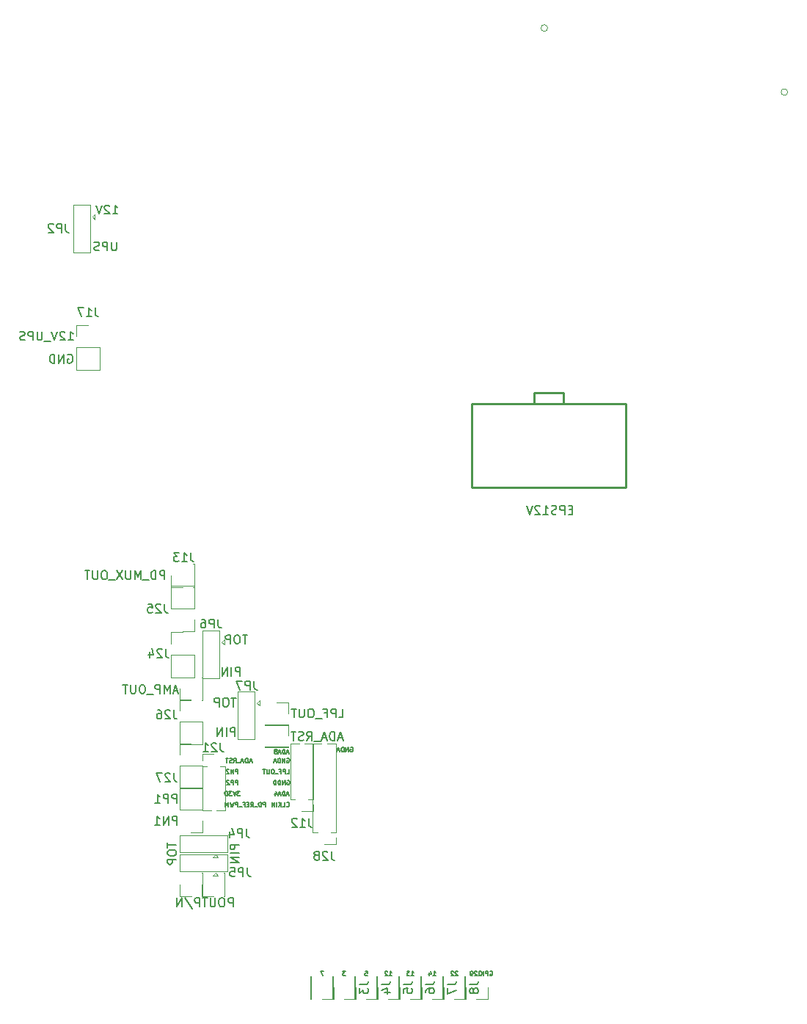
<source format=gbo>
G04 #@! TF.GenerationSoftware,KiCad,Pcbnew,(6.0.1-0)*
G04 #@! TF.CreationDate,2022-02-25T04:31:25+09:00*
G04 #@! TF.ProjectId,qPCR-main,71504352-2d6d-4616-996e-2e6b69636164,rev?*
G04 #@! TF.SameCoordinates,Original*
G04 #@! TF.FileFunction,Legend,Bot*
G04 #@! TF.FilePolarity,Positive*
%FSLAX46Y46*%
G04 Gerber Fmt 4.6, Leading zero omitted, Abs format (unit mm)*
G04 Created by KiCad (PCBNEW (6.0.1-0)) date 2022-02-25 04:31:25*
%MOMM*%
%LPD*%
G01*
G04 APERTURE LIST*
%ADD10C,0.127000*%
%ADD11C,0.150000*%
%ADD12C,0.120000*%
%ADD13C,0.254000*%
G04 APERTURE END LIST*
D10*
X123319333Y-146121809D02*
X123004857Y-146121809D01*
X123174190Y-146315333D01*
X123101619Y-146315333D01*
X123053238Y-146339523D01*
X123029047Y-146363714D01*
X123004857Y-146412095D01*
X123004857Y-146533047D01*
X123029047Y-146581428D01*
X123053238Y-146605619D01*
X123101619Y-146629809D01*
X123246761Y-146629809D01*
X123295142Y-146605619D01*
X123319333Y-146581428D01*
X125569047Y-146121809D02*
X125810952Y-146121809D01*
X125835142Y-146363714D01*
X125810952Y-146339523D01*
X125762571Y-146315333D01*
X125641619Y-146315333D01*
X125593238Y-146339523D01*
X125569047Y-146363714D01*
X125544857Y-146412095D01*
X125544857Y-146533047D01*
X125569047Y-146581428D01*
X125593238Y-146605619D01*
X125641619Y-146629809D01*
X125762571Y-146629809D01*
X125810952Y-146605619D01*
X125835142Y-146581428D01*
X128326761Y-146629809D02*
X128617047Y-146629809D01*
X128471904Y-146629809D02*
X128471904Y-146121809D01*
X128520285Y-146194380D01*
X128568666Y-146242761D01*
X128617047Y-146266952D01*
X128133238Y-146170190D02*
X128109047Y-146146000D01*
X128060666Y-146121809D01*
X127939714Y-146121809D01*
X127891333Y-146146000D01*
X127867142Y-146170190D01*
X127842952Y-146218571D01*
X127842952Y-146266952D01*
X127867142Y-146339523D01*
X128157428Y-146629809D01*
X127842952Y-146629809D01*
X130866761Y-146629809D02*
X131157047Y-146629809D01*
X131011904Y-146629809D02*
X131011904Y-146121809D01*
X131060285Y-146194380D01*
X131108666Y-146242761D01*
X131157047Y-146266952D01*
X130697428Y-146121809D02*
X130382952Y-146121809D01*
X130552285Y-146315333D01*
X130479714Y-146315333D01*
X130431333Y-146339523D01*
X130407142Y-146363714D01*
X130382952Y-146412095D01*
X130382952Y-146533047D01*
X130407142Y-146581428D01*
X130431333Y-146605619D01*
X130479714Y-146629809D01*
X130624857Y-146629809D01*
X130673238Y-146605619D01*
X130697428Y-146581428D01*
X133406761Y-146629809D02*
X133697047Y-146629809D01*
X133551904Y-146629809D02*
X133551904Y-146121809D01*
X133600285Y-146194380D01*
X133648666Y-146242761D01*
X133697047Y-146266952D01*
X132971333Y-146291142D02*
X132971333Y-146629809D01*
X133092285Y-146097619D02*
X133213238Y-146460476D01*
X132898761Y-146460476D01*
X139991809Y-146146000D02*
X140040190Y-146121809D01*
X140112761Y-146121809D01*
X140185333Y-146146000D01*
X140233714Y-146194380D01*
X140257904Y-146242761D01*
X140282095Y-146339523D01*
X140282095Y-146412095D01*
X140257904Y-146508857D01*
X140233714Y-146557238D01*
X140185333Y-146605619D01*
X140112761Y-146629809D01*
X140064380Y-146629809D01*
X139991809Y-146605619D01*
X139967619Y-146581428D01*
X139967619Y-146412095D01*
X140064380Y-146412095D01*
X139749904Y-146629809D02*
X139749904Y-146121809D01*
X139556380Y-146121809D01*
X139508000Y-146146000D01*
X139483809Y-146170190D01*
X139459619Y-146218571D01*
X139459619Y-146291142D01*
X139483809Y-146339523D01*
X139508000Y-146363714D01*
X139556380Y-146387904D01*
X139749904Y-146387904D01*
X139241904Y-146629809D02*
X139241904Y-146121809D01*
X138903238Y-146121809D02*
X138806476Y-146121809D01*
X138758095Y-146146000D01*
X138709714Y-146194380D01*
X138685523Y-146291142D01*
X138685523Y-146460476D01*
X138709714Y-146557238D01*
X138758095Y-146605619D01*
X138806476Y-146629809D01*
X138903238Y-146629809D01*
X138951619Y-146605619D01*
X139000000Y-146557238D01*
X139024190Y-146460476D01*
X139024190Y-146291142D01*
X139000000Y-146194380D01*
X138951619Y-146146000D01*
X138903238Y-146121809D01*
X138492000Y-146170190D02*
X138467809Y-146146000D01*
X138419428Y-146121809D01*
X138298476Y-146121809D01*
X138250095Y-146146000D01*
X138225904Y-146170190D01*
X138201714Y-146218571D01*
X138201714Y-146266952D01*
X138225904Y-146339523D01*
X138516190Y-146629809D01*
X138201714Y-146629809D01*
X137959809Y-146629809D02*
X137863047Y-146629809D01*
X137814666Y-146605619D01*
X137790476Y-146581428D01*
X137742095Y-146508857D01*
X137717904Y-146412095D01*
X137717904Y-146218571D01*
X137742095Y-146170190D01*
X137766285Y-146146000D01*
X137814666Y-146121809D01*
X137911428Y-146121809D01*
X137959809Y-146146000D01*
X137984000Y-146170190D01*
X138008190Y-146218571D01*
X138008190Y-146339523D01*
X137984000Y-146387904D01*
X137959809Y-146412095D01*
X137911428Y-146436285D01*
X137814666Y-146436285D01*
X137766285Y-146412095D01*
X137742095Y-146387904D01*
X137717904Y-146339523D01*
X136237047Y-146170190D02*
X136212857Y-146146000D01*
X136164476Y-146121809D01*
X136043523Y-146121809D01*
X135995142Y-146146000D01*
X135970952Y-146170190D01*
X135946761Y-146218571D01*
X135946761Y-146266952D01*
X135970952Y-146339523D01*
X136261238Y-146629809D01*
X135946761Y-146629809D01*
X135753238Y-146170190D02*
X135729047Y-146146000D01*
X135680666Y-146121809D01*
X135559714Y-146121809D01*
X135511333Y-146146000D01*
X135487142Y-146170190D01*
X135462952Y-146218571D01*
X135462952Y-146266952D01*
X135487142Y-146339523D01*
X135777428Y-146629809D01*
X135462952Y-146629809D01*
D11*
X110318094Y-138672373D02*
X110318094Y-137672373D01*
X109937141Y-137672373D01*
X109841903Y-137719993D01*
X109794284Y-137767612D01*
X109746665Y-137862850D01*
X109746665Y-138005707D01*
X109794284Y-138100945D01*
X109841903Y-138148564D01*
X109937141Y-138196183D01*
X110318094Y-138196183D01*
X109127618Y-137672373D02*
X108937141Y-137672373D01*
X108841903Y-137719993D01*
X108746665Y-137815231D01*
X108699046Y-138005707D01*
X108699046Y-138339040D01*
X108746665Y-138529516D01*
X108841903Y-138624754D01*
X108937141Y-138672373D01*
X109127618Y-138672373D01*
X109222856Y-138624754D01*
X109318094Y-138529516D01*
X109365713Y-138339040D01*
X109365713Y-138005707D01*
X109318094Y-137815231D01*
X109222856Y-137719993D01*
X109127618Y-137672373D01*
X108270475Y-137672373D02*
X108270475Y-138481897D01*
X108222856Y-138577135D01*
X108175237Y-138624754D01*
X108079999Y-138672373D01*
X107889522Y-138672373D01*
X107794284Y-138624754D01*
X107746665Y-138577135D01*
X107699046Y-138481897D01*
X107699046Y-137672373D01*
X107365713Y-137672373D02*
X106794284Y-137672373D01*
X107079999Y-138672373D02*
X107079999Y-137672373D01*
X106460951Y-138672373D02*
X106460951Y-137672373D01*
X106079999Y-137672373D01*
X105984760Y-137719993D01*
X105937141Y-137767612D01*
X105889522Y-137862850D01*
X105889522Y-138005707D01*
X105937141Y-138100945D01*
X105984760Y-138148564D01*
X106079999Y-138196183D01*
X106460951Y-138196183D01*
X104746665Y-137624754D02*
X105603808Y-138910469D01*
X104413332Y-138672373D02*
X104413332Y-137672373D01*
X103841903Y-138672373D01*
X103841903Y-137672373D01*
D10*
X123874771Y-120294400D02*
X123923152Y-120270209D01*
X123995724Y-120270209D01*
X124068295Y-120294400D01*
X124116676Y-120342780D01*
X124140867Y-120391161D01*
X124165057Y-120487923D01*
X124165057Y-120560495D01*
X124140867Y-120657257D01*
X124116676Y-120705638D01*
X124068295Y-120754019D01*
X123995724Y-120778209D01*
X123947343Y-120778209D01*
X123874771Y-120754019D01*
X123850581Y-120729828D01*
X123850581Y-120560495D01*
X123947343Y-120560495D01*
X123632867Y-120778209D02*
X123632867Y-120270209D01*
X123342581Y-120778209D01*
X123342581Y-120270209D01*
X123100676Y-120778209D02*
X123100676Y-120270209D01*
X122979724Y-120270209D01*
X122907152Y-120294400D01*
X122858771Y-120342780D01*
X122834581Y-120391161D01*
X122810390Y-120487923D01*
X122810390Y-120560495D01*
X122834581Y-120657257D01*
X122858771Y-120705638D01*
X122907152Y-120754019D01*
X122979724Y-120778209D01*
X123100676Y-120778209D01*
X122616867Y-120633066D02*
X122374962Y-120633066D01*
X122665248Y-120778209D02*
X122495914Y-120270209D01*
X122326581Y-120778209D01*
X110864952Y-124588209D02*
X110864952Y-124080209D01*
X110671428Y-124080209D01*
X110623047Y-124104400D01*
X110598857Y-124128590D01*
X110574666Y-124176971D01*
X110574666Y-124249542D01*
X110598857Y-124297923D01*
X110623047Y-124322114D01*
X110671428Y-124346304D01*
X110864952Y-124346304D01*
X110356952Y-124588209D02*
X110356952Y-124080209D01*
X110163428Y-124080209D01*
X110115047Y-124104400D01*
X110090857Y-124128590D01*
X110066666Y-124176971D01*
X110066666Y-124249542D01*
X110090857Y-124297923D01*
X110115047Y-124322114D01*
X110163428Y-124346304D01*
X110356952Y-124346304D01*
X109873142Y-124128590D02*
X109848952Y-124104400D01*
X109800571Y-124080209D01*
X109679619Y-124080209D01*
X109631238Y-124104400D01*
X109607047Y-124128590D01*
X109582857Y-124176971D01*
X109582857Y-124225352D01*
X109607047Y-124297923D01*
X109897333Y-124588209D01*
X109582857Y-124588209D01*
X111118952Y-125350209D02*
X110804476Y-125350209D01*
X110973809Y-125543733D01*
X110901238Y-125543733D01*
X110852857Y-125567923D01*
X110828666Y-125592114D01*
X110804476Y-125640495D01*
X110804476Y-125761447D01*
X110828666Y-125809828D01*
X110852857Y-125834019D01*
X110901238Y-125858209D01*
X111046380Y-125858209D01*
X111094761Y-125834019D01*
X111118952Y-125809828D01*
X110659333Y-125350209D02*
X110490000Y-125858209D01*
X110320666Y-125350209D01*
X110199714Y-125350209D02*
X109885238Y-125350209D01*
X110054571Y-125543733D01*
X109982000Y-125543733D01*
X109933619Y-125567923D01*
X109909428Y-125592114D01*
X109885238Y-125640495D01*
X109885238Y-125761447D01*
X109909428Y-125809828D01*
X109933619Y-125834019D01*
X109982000Y-125858209D01*
X110127142Y-125858209D01*
X110175523Y-125834019D01*
X110199714Y-125809828D01*
X109667523Y-125858209D02*
X109667523Y-125350209D01*
X109546571Y-125350209D01*
X109474000Y-125374400D01*
X109425619Y-125422780D01*
X109401428Y-125471161D01*
X109377238Y-125567923D01*
X109377238Y-125640495D01*
X109401428Y-125737257D01*
X109425619Y-125785638D01*
X109474000Y-125834019D01*
X109546571Y-125858209D01*
X109667523Y-125858209D01*
X112473619Y-121903066D02*
X112231714Y-121903066D01*
X112522000Y-122048209D02*
X112352666Y-121540209D01*
X112183333Y-122048209D01*
X112014000Y-122048209D02*
X112014000Y-121540209D01*
X111893047Y-121540209D01*
X111820476Y-121564400D01*
X111772095Y-121612780D01*
X111747904Y-121661161D01*
X111723714Y-121757923D01*
X111723714Y-121830495D01*
X111747904Y-121927257D01*
X111772095Y-121975638D01*
X111820476Y-122024019D01*
X111893047Y-122048209D01*
X112014000Y-122048209D01*
X111530190Y-121903066D02*
X111288285Y-121903066D01*
X111578571Y-122048209D02*
X111409238Y-121540209D01*
X111239904Y-122048209D01*
X111191523Y-122096590D02*
X110804476Y-122096590D01*
X110393238Y-122048209D02*
X110562571Y-121806304D01*
X110683523Y-122048209D02*
X110683523Y-121540209D01*
X110490000Y-121540209D01*
X110441619Y-121564400D01*
X110417428Y-121588590D01*
X110393238Y-121636971D01*
X110393238Y-121709542D01*
X110417428Y-121757923D01*
X110441619Y-121782114D01*
X110490000Y-121806304D01*
X110683523Y-121806304D01*
X110199714Y-122024019D02*
X110127142Y-122048209D01*
X110006190Y-122048209D01*
X109957809Y-122024019D01*
X109933619Y-121999828D01*
X109909428Y-121951447D01*
X109909428Y-121903066D01*
X109933619Y-121854685D01*
X109957809Y-121830495D01*
X110006190Y-121806304D01*
X110102952Y-121782114D01*
X110151333Y-121757923D01*
X110175523Y-121733733D01*
X110199714Y-121685352D01*
X110199714Y-121636971D01*
X110175523Y-121588590D01*
X110151333Y-121564400D01*
X110102952Y-121540209D01*
X109982000Y-121540209D01*
X109909428Y-121564400D01*
X109764285Y-121540209D02*
X109474000Y-121540209D01*
X109619142Y-122048209D02*
X109619142Y-121540209D01*
D11*
X103854095Y-126690380D02*
X103854095Y-125690380D01*
X103473142Y-125690380D01*
X103377904Y-125738000D01*
X103330285Y-125785619D01*
X103282666Y-125880857D01*
X103282666Y-126023714D01*
X103330285Y-126118952D01*
X103377904Y-126166571D01*
X103473142Y-126214190D01*
X103854095Y-126214190D01*
X102854095Y-126690380D02*
X102854095Y-125690380D01*
X102473142Y-125690380D01*
X102377904Y-125738000D01*
X102330285Y-125785619D01*
X102282666Y-125880857D01*
X102282666Y-126023714D01*
X102330285Y-126118952D01*
X102377904Y-126166571D01*
X102473142Y-126214190D01*
X102854095Y-126214190D01*
X101330285Y-126690380D02*
X101901714Y-126690380D01*
X101616000Y-126690380D02*
X101616000Y-125690380D01*
X101711238Y-125833238D01*
X101806476Y-125928476D01*
X101901714Y-125976095D01*
X91261904Y-75010009D02*
X91357142Y-74962389D01*
X91500000Y-74962389D01*
X91642857Y-75010009D01*
X91738095Y-75105247D01*
X91785714Y-75200485D01*
X91833333Y-75390961D01*
X91833333Y-75533818D01*
X91785714Y-75724294D01*
X91738095Y-75819532D01*
X91642857Y-75914770D01*
X91500000Y-75962389D01*
X91404761Y-75962389D01*
X91261904Y-75914770D01*
X91214285Y-75867151D01*
X91214285Y-75533818D01*
X91404761Y-75533818D01*
X90785714Y-75962389D02*
X90785714Y-74962389D01*
X90214285Y-75962389D01*
X90214285Y-74962389D01*
X89738095Y-75962389D02*
X89738095Y-74962389D01*
X89500000Y-74962389D01*
X89357142Y-75010009D01*
X89261904Y-75105247D01*
X89214285Y-75200485D01*
X89166666Y-75390961D01*
X89166666Y-75533818D01*
X89214285Y-75724294D01*
X89261904Y-75819532D01*
X89357142Y-75914770D01*
X89500000Y-75962389D01*
X89738095Y-75962389D01*
X96881904Y-62002380D02*
X96881904Y-62811904D01*
X96834285Y-62907142D01*
X96786666Y-62954761D01*
X96691428Y-63002380D01*
X96500952Y-63002380D01*
X96405714Y-62954761D01*
X96358095Y-62907142D01*
X96310476Y-62811904D01*
X96310476Y-62002380D01*
X95834285Y-63002380D02*
X95834285Y-62002380D01*
X95453333Y-62002380D01*
X95358095Y-62050000D01*
X95310476Y-62097619D01*
X95262857Y-62192857D01*
X95262857Y-62335714D01*
X95310476Y-62430952D01*
X95358095Y-62478571D01*
X95453333Y-62526190D01*
X95834285Y-62526190D01*
X94881904Y-62954761D02*
X94739047Y-63002380D01*
X94500952Y-63002380D01*
X94405714Y-62954761D01*
X94358095Y-62907142D01*
X94310476Y-62811904D01*
X94310476Y-62716666D01*
X94358095Y-62621428D01*
X94405714Y-62573809D01*
X94500952Y-62526190D01*
X94691428Y-62478571D01*
X94786666Y-62430952D01*
X94834285Y-62383333D01*
X94881904Y-62288095D01*
X94881904Y-62192857D01*
X94834285Y-62097619D01*
X94786666Y-62050000D01*
X94691428Y-62002380D01*
X94453333Y-62002380D01*
X94310476Y-62050000D01*
X122924761Y-119206666D02*
X122448571Y-119206666D01*
X123020000Y-119492380D02*
X122686666Y-118492380D01*
X122353333Y-119492380D01*
X122020000Y-119492380D02*
X122020000Y-118492380D01*
X121781904Y-118492380D01*
X121639047Y-118540000D01*
X121543809Y-118635238D01*
X121496190Y-118730476D01*
X121448571Y-118920952D01*
X121448571Y-119063809D01*
X121496190Y-119254285D01*
X121543809Y-119349523D01*
X121639047Y-119444761D01*
X121781904Y-119492380D01*
X122020000Y-119492380D01*
X121067619Y-119206666D02*
X120591428Y-119206666D01*
X121162857Y-119492380D02*
X120829523Y-118492380D01*
X120496190Y-119492380D01*
X120400952Y-119587619D02*
X119639047Y-119587619D01*
X118829523Y-119492380D02*
X119162857Y-119016190D01*
X119400952Y-119492380D02*
X119400952Y-118492380D01*
X119020000Y-118492380D01*
X118924761Y-118540000D01*
X118877142Y-118587619D01*
X118829523Y-118682857D01*
X118829523Y-118825714D01*
X118877142Y-118920952D01*
X118924761Y-118968571D01*
X119020000Y-119016190D01*
X119400952Y-119016190D01*
X118448571Y-119444761D02*
X118305714Y-119492380D01*
X118067619Y-119492380D01*
X117972380Y-119444761D01*
X117924761Y-119397142D01*
X117877142Y-119301904D01*
X117877142Y-119206666D01*
X117924761Y-119111428D01*
X117972380Y-119063809D01*
X118067619Y-119016190D01*
X118258095Y-118968571D01*
X118353333Y-118920952D01*
X118400952Y-118873333D01*
X118448571Y-118778095D01*
X118448571Y-118682857D01*
X118400952Y-118587619D01*
X118353333Y-118540000D01*
X118258095Y-118492380D01*
X118020000Y-118492380D01*
X117877142Y-118540000D01*
X117591428Y-118492380D02*
X117020000Y-118492380D01*
X117305714Y-119492380D02*
X117305714Y-118492380D01*
D10*
X120779333Y-146121809D02*
X120440666Y-146121809D01*
X120658380Y-146629809D01*
D11*
X91300000Y-73332380D02*
X91871428Y-73332380D01*
X91585714Y-73332380D02*
X91585714Y-72332380D01*
X91680952Y-72475238D01*
X91776190Y-72570476D01*
X91871428Y-72618095D01*
X90919047Y-72427619D02*
X90871428Y-72380000D01*
X90776190Y-72332380D01*
X90538095Y-72332380D01*
X90442857Y-72380000D01*
X90395238Y-72427619D01*
X90347619Y-72522857D01*
X90347619Y-72618095D01*
X90395238Y-72760952D01*
X90966666Y-73332380D01*
X90347619Y-73332380D01*
X90061904Y-72332380D02*
X89728571Y-73332380D01*
X89395238Y-72332380D01*
X89300000Y-73427619D02*
X88538095Y-73427619D01*
X88300000Y-72332380D02*
X88300000Y-73141904D01*
X88252380Y-73237142D01*
X88204761Y-73284761D01*
X88109523Y-73332380D01*
X87919047Y-73332380D01*
X87823809Y-73284761D01*
X87776190Y-73237142D01*
X87728571Y-73141904D01*
X87728571Y-72332380D01*
X87252380Y-73332380D02*
X87252380Y-72332380D01*
X86871428Y-72332380D01*
X86776190Y-72380000D01*
X86728571Y-72427619D01*
X86680952Y-72522857D01*
X86680952Y-72665714D01*
X86728571Y-72760952D01*
X86776190Y-72808571D01*
X86871428Y-72856190D01*
X87252380Y-72856190D01*
X86300000Y-73284761D02*
X86157142Y-73332380D01*
X85919047Y-73332380D01*
X85823809Y-73284761D01*
X85776190Y-73237142D01*
X85728571Y-73141904D01*
X85728571Y-73046666D01*
X85776190Y-72951428D01*
X85823809Y-72903809D01*
X85919047Y-72856190D01*
X86109523Y-72808571D01*
X86204761Y-72760952D01*
X86252380Y-72713333D01*
X86300000Y-72618095D01*
X86300000Y-72522857D01*
X86252380Y-72427619D01*
X86204761Y-72380000D01*
X86109523Y-72332380D01*
X85871428Y-72332380D01*
X85728571Y-72380000D01*
X103949047Y-113786666D02*
X103472857Y-113786666D01*
X104044285Y-114072380D02*
X103710952Y-113072380D01*
X103377619Y-114072380D01*
X103044285Y-114072380D02*
X103044285Y-113072380D01*
X102710952Y-113786666D01*
X102377619Y-113072380D01*
X102377619Y-114072380D01*
X101901428Y-114072380D02*
X101901428Y-113072380D01*
X101520476Y-113072380D01*
X101425238Y-113120000D01*
X101377619Y-113167619D01*
X101330000Y-113262857D01*
X101330000Y-113405714D01*
X101377619Y-113500952D01*
X101425238Y-113548571D01*
X101520476Y-113596190D01*
X101901428Y-113596190D01*
X101139523Y-114167619D02*
X100377619Y-114167619D01*
X99949047Y-113072380D02*
X99758571Y-113072380D01*
X99663333Y-113120000D01*
X99568095Y-113215238D01*
X99520476Y-113405714D01*
X99520476Y-113739047D01*
X99568095Y-113929523D01*
X99663333Y-114024761D01*
X99758571Y-114072380D01*
X99949047Y-114072380D01*
X100044285Y-114024761D01*
X100139523Y-113929523D01*
X100187142Y-113739047D01*
X100187142Y-113405714D01*
X100139523Y-113215238D01*
X100044285Y-113120000D01*
X99949047Y-113072380D01*
X99091904Y-113072380D02*
X99091904Y-113881904D01*
X99044285Y-113977142D01*
X98996666Y-114024761D01*
X98901428Y-114072380D01*
X98710952Y-114072380D01*
X98615714Y-114024761D01*
X98568095Y-113977142D01*
X98520476Y-113881904D01*
X98520476Y-113072380D01*
X98187142Y-113072380D02*
X97615714Y-113072380D01*
X97901428Y-114072380D02*
X97901428Y-113072380D01*
D10*
X116513428Y-127079828D02*
X116537619Y-127104019D01*
X116610190Y-127128209D01*
X116658571Y-127128209D01*
X116731142Y-127104019D01*
X116779523Y-127055638D01*
X116803714Y-127007257D01*
X116827904Y-126910495D01*
X116827904Y-126837923D01*
X116803714Y-126741161D01*
X116779523Y-126692780D01*
X116731142Y-126644400D01*
X116658571Y-126620209D01*
X116610190Y-126620209D01*
X116537619Y-126644400D01*
X116513428Y-126668590D01*
X116053809Y-127128209D02*
X116295714Y-127128209D01*
X116295714Y-126620209D01*
X115884476Y-127128209D02*
X115884476Y-126620209D01*
X115594190Y-127128209D02*
X115811904Y-126837923D01*
X115594190Y-126620209D02*
X115884476Y-126910495D01*
X115376476Y-127128209D02*
X115376476Y-126620209D01*
X115134571Y-127128209D02*
X115134571Y-126620209D01*
X114844285Y-127128209D01*
X114844285Y-126620209D01*
X114070190Y-127128209D02*
X114070190Y-126620209D01*
X113876666Y-126620209D01*
X113828285Y-126644400D01*
X113804095Y-126668590D01*
X113779904Y-126716971D01*
X113779904Y-126789542D01*
X113804095Y-126837923D01*
X113828285Y-126862114D01*
X113876666Y-126886304D01*
X114070190Y-126886304D01*
X113562190Y-127128209D02*
X113562190Y-126620209D01*
X113441238Y-126620209D01*
X113368666Y-126644400D01*
X113320285Y-126692780D01*
X113296095Y-126741161D01*
X113271904Y-126837923D01*
X113271904Y-126910495D01*
X113296095Y-127007257D01*
X113320285Y-127055638D01*
X113368666Y-127104019D01*
X113441238Y-127128209D01*
X113562190Y-127128209D01*
X113175142Y-127176590D02*
X112788095Y-127176590D01*
X112376857Y-127128209D02*
X112546190Y-126886304D01*
X112667142Y-127128209D02*
X112667142Y-126620209D01*
X112473619Y-126620209D01*
X112425238Y-126644400D01*
X112401047Y-126668590D01*
X112376857Y-126716971D01*
X112376857Y-126789542D01*
X112401047Y-126837923D01*
X112425238Y-126862114D01*
X112473619Y-126886304D01*
X112667142Y-126886304D01*
X112159142Y-126862114D02*
X111989809Y-126862114D01*
X111917238Y-127128209D02*
X112159142Y-127128209D01*
X112159142Y-126620209D01*
X111917238Y-126620209D01*
X111530190Y-126862114D02*
X111699523Y-126862114D01*
X111699523Y-127128209D02*
X111699523Y-126620209D01*
X111457619Y-126620209D01*
X111385047Y-127176590D02*
X110998000Y-127176590D01*
X110877047Y-127128209D02*
X110877047Y-126620209D01*
X110683523Y-126620209D01*
X110635142Y-126644400D01*
X110610952Y-126668590D01*
X110586761Y-126716971D01*
X110586761Y-126789542D01*
X110610952Y-126837923D01*
X110635142Y-126862114D01*
X110683523Y-126886304D01*
X110877047Y-126886304D01*
X110417428Y-126620209D02*
X110296476Y-127128209D01*
X110199714Y-126765352D01*
X110102952Y-127128209D01*
X109982000Y-126620209D01*
X109788476Y-127128209D02*
X109788476Y-126620209D01*
X109619142Y-126983066D01*
X109449809Y-126620209D01*
X109449809Y-127128209D01*
D11*
X149501436Y-92888583D02*
X149168103Y-92888583D01*
X149025246Y-93412392D02*
X149501436Y-93412392D01*
X149501436Y-92412392D01*
X149025246Y-92412392D01*
X148596674Y-93412392D02*
X148596674Y-92412392D01*
X148215722Y-92412392D01*
X148120484Y-92460012D01*
X148072865Y-92507631D01*
X148025246Y-92602869D01*
X148025246Y-92745726D01*
X148072865Y-92840964D01*
X148120484Y-92888583D01*
X148215722Y-92936202D01*
X148596674Y-92936202D01*
X147644293Y-93364773D02*
X147501436Y-93412392D01*
X147263341Y-93412392D01*
X147168103Y-93364773D01*
X147120484Y-93317154D01*
X147072865Y-93221916D01*
X147072865Y-93126678D01*
X147120484Y-93031440D01*
X147168103Y-92983821D01*
X147263341Y-92936202D01*
X147453817Y-92888583D01*
X147549055Y-92840964D01*
X147596674Y-92793345D01*
X147644293Y-92698107D01*
X147644293Y-92602869D01*
X147596674Y-92507631D01*
X147549055Y-92460012D01*
X147453817Y-92412392D01*
X147215722Y-92412392D01*
X147072865Y-92460012D01*
X146120484Y-93412392D02*
X146691912Y-93412392D01*
X146406198Y-93412392D02*
X146406198Y-92412392D01*
X146501436Y-92555250D01*
X146596674Y-92650488D01*
X146691912Y-92698107D01*
X145739531Y-92507631D02*
X145691912Y-92460012D01*
X145596674Y-92412392D01*
X145358579Y-92412392D01*
X145263341Y-92460012D01*
X145215722Y-92507631D01*
X145168103Y-92602869D01*
X145168103Y-92698107D01*
X145215722Y-92840964D01*
X145787150Y-93412392D01*
X145168103Y-93412392D01*
X144882388Y-92412392D02*
X144549055Y-93412392D01*
X144215722Y-92412392D01*
X102772380Y-131270476D02*
X102772380Y-131841904D01*
X103772380Y-131556190D02*
X102772380Y-131556190D01*
X102772380Y-132365714D02*
X102772380Y-132556190D01*
X102820000Y-132651428D01*
X102915238Y-132746666D01*
X103105714Y-132794285D01*
X103439047Y-132794285D01*
X103629523Y-132746666D01*
X103724761Y-132651428D01*
X103772380Y-132556190D01*
X103772380Y-132365714D01*
X103724761Y-132270476D01*
X103629523Y-132175238D01*
X103439047Y-132127619D01*
X103105714Y-132127619D01*
X102915238Y-132175238D01*
X102820000Y-132270476D01*
X102772380Y-132365714D01*
X103772380Y-133222857D02*
X102772380Y-133222857D01*
X102772380Y-133603809D01*
X102820000Y-133699047D01*
X102867619Y-133746666D01*
X102962857Y-133794285D01*
X103105714Y-133794285D01*
X103200952Y-133746666D01*
X103248571Y-133699047D01*
X103296190Y-133603809D01*
X103296190Y-133222857D01*
X103877904Y-129230380D02*
X103877904Y-128230380D01*
X103496952Y-128230380D01*
X103401714Y-128278000D01*
X103354095Y-128325619D01*
X103306476Y-128420857D01*
X103306476Y-128563714D01*
X103354095Y-128658952D01*
X103401714Y-128706571D01*
X103496952Y-128754190D01*
X103877904Y-128754190D01*
X102877904Y-129230380D02*
X102877904Y-128230380D01*
X102306476Y-129230380D01*
X102306476Y-128230380D01*
X101306476Y-129230380D02*
X101877904Y-129230380D01*
X101592190Y-129230380D02*
X101592190Y-128230380D01*
X101687428Y-128373238D01*
X101782666Y-128468476D01*
X101877904Y-128516095D01*
X111002380Y-131506190D02*
X110002380Y-131506190D01*
X110002380Y-131887142D01*
X110050000Y-131982380D01*
X110097619Y-132030000D01*
X110192857Y-132077619D01*
X110335714Y-132077619D01*
X110430952Y-132030000D01*
X110478571Y-131982380D01*
X110526190Y-131887142D01*
X110526190Y-131506190D01*
X111002380Y-132506190D02*
X110002380Y-132506190D01*
X111002380Y-132982380D02*
X110002380Y-132982380D01*
X111002380Y-133553809D01*
X110002380Y-133553809D01*
X111143809Y-112042380D02*
X111143809Y-111042380D01*
X110762857Y-111042380D01*
X110667619Y-111090000D01*
X110620000Y-111137619D01*
X110572380Y-111232857D01*
X110572380Y-111375714D01*
X110620000Y-111470952D01*
X110667619Y-111518571D01*
X110762857Y-111566190D01*
X111143809Y-111566190D01*
X110143809Y-112042380D02*
X110143809Y-111042380D01*
X109667619Y-112042380D02*
X109667619Y-111042380D01*
X109096190Y-112042380D01*
X109096190Y-111042380D01*
D10*
X110877047Y-123318209D02*
X110877047Y-122810209D01*
X110683523Y-122810209D01*
X110635142Y-122834400D01*
X110610952Y-122858590D01*
X110586761Y-122906971D01*
X110586761Y-122979542D01*
X110610952Y-123027923D01*
X110635142Y-123052114D01*
X110683523Y-123076304D01*
X110877047Y-123076304D01*
X110369047Y-123318209D02*
X110369047Y-122810209D01*
X110078761Y-123318209D01*
X110078761Y-122810209D01*
X109861047Y-122858590D02*
X109836857Y-122834400D01*
X109788476Y-122810209D01*
X109667523Y-122810209D01*
X109619142Y-122834400D01*
X109594952Y-122858590D01*
X109570761Y-122906971D01*
X109570761Y-122955352D01*
X109594952Y-123027923D01*
X109885238Y-123318209D01*
X109570761Y-123318209D01*
X116785571Y-120887066D02*
X116543666Y-120887066D01*
X116833952Y-121032209D02*
X116664619Y-120524209D01*
X116495285Y-121032209D01*
X116325952Y-121032209D02*
X116325952Y-120524209D01*
X116205000Y-120524209D01*
X116132428Y-120548400D01*
X116084047Y-120596780D01*
X116059857Y-120645161D01*
X116035666Y-120741923D01*
X116035666Y-120814495D01*
X116059857Y-120911257D01*
X116084047Y-120959638D01*
X116132428Y-121008019D01*
X116205000Y-121032209D01*
X116325952Y-121032209D01*
X115842142Y-120887066D02*
X115600238Y-120887066D01*
X115890523Y-121032209D02*
X115721190Y-120524209D01*
X115551857Y-121032209D01*
X115309952Y-120741923D02*
X115358333Y-120717733D01*
X115382523Y-120693542D01*
X115406714Y-120645161D01*
X115406714Y-120620971D01*
X115382523Y-120572590D01*
X115358333Y-120548400D01*
X115309952Y-120524209D01*
X115213190Y-120524209D01*
X115164809Y-120548400D01*
X115140619Y-120572590D01*
X115116428Y-120620971D01*
X115116428Y-120645161D01*
X115140619Y-120693542D01*
X115164809Y-120717733D01*
X115213190Y-120741923D01*
X115309952Y-120741923D01*
X115358333Y-120766114D01*
X115382523Y-120790304D01*
X115406714Y-120838685D01*
X115406714Y-120935447D01*
X115382523Y-120983828D01*
X115358333Y-121008019D01*
X115309952Y-121032209D01*
X115213190Y-121032209D01*
X115164809Y-121008019D01*
X115140619Y-120983828D01*
X115116428Y-120935447D01*
X115116428Y-120838685D01*
X115140619Y-120790304D01*
X115164809Y-120766114D01*
X115213190Y-120741923D01*
D11*
X102423800Y-100912380D02*
X102423800Y-99912380D01*
X102042848Y-99912380D01*
X101947610Y-99960000D01*
X101899991Y-100007619D01*
X101852371Y-100102857D01*
X101852371Y-100245714D01*
X101899991Y-100340952D01*
X101947610Y-100388571D01*
X102042848Y-100436190D01*
X102423800Y-100436190D01*
X101423800Y-100912380D02*
X101423800Y-99912380D01*
X101185705Y-99912380D01*
X101042848Y-99960000D01*
X100947610Y-100055238D01*
X100899991Y-100150476D01*
X100852371Y-100340952D01*
X100852371Y-100483809D01*
X100899991Y-100674285D01*
X100947610Y-100769523D01*
X101042848Y-100864761D01*
X101185705Y-100912380D01*
X101423800Y-100912380D01*
X100661895Y-101007619D02*
X99899991Y-101007619D01*
X99661895Y-100912380D02*
X99661895Y-99912380D01*
X99328562Y-100626666D01*
X98995229Y-99912380D01*
X98995229Y-100912380D01*
X98519038Y-99912380D02*
X98519038Y-100721904D01*
X98471419Y-100817142D01*
X98423800Y-100864761D01*
X98328562Y-100912380D01*
X98138086Y-100912380D01*
X98042848Y-100864761D01*
X97995229Y-100817142D01*
X97947610Y-100721904D01*
X97947610Y-99912380D01*
X97566657Y-99912380D02*
X96899991Y-100912380D01*
X96899991Y-99912380D02*
X97566657Y-100912380D01*
X96757133Y-101007619D02*
X95995229Y-101007619D01*
X95566657Y-99912380D02*
X95376181Y-99912380D01*
X95280943Y-99960000D01*
X95185705Y-100055238D01*
X95138086Y-100245714D01*
X95138086Y-100579047D01*
X95185705Y-100769523D01*
X95280943Y-100864761D01*
X95376181Y-100912380D01*
X95566657Y-100912380D01*
X95661895Y-100864761D01*
X95757133Y-100769523D01*
X95804752Y-100579047D01*
X95804752Y-100245714D01*
X95757133Y-100055238D01*
X95661895Y-99960000D01*
X95566657Y-99912380D01*
X94709514Y-99912380D02*
X94709514Y-100721904D01*
X94661895Y-100817142D01*
X94614276Y-100864761D01*
X94519038Y-100912380D01*
X94328562Y-100912380D01*
X94233324Y-100864761D01*
X94185705Y-100817142D01*
X94138086Y-100721904D01*
X94138086Y-99912380D01*
X93804752Y-99912380D02*
X93233324Y-99912380D01*
X93519038Y-100912380D02*
X93519038Y-99912380D01*
X110669523Y-114592380D02*
X110098095Y-114592380D01*
X110383809Y-115592380D02*
X110383809Y-114592380D01*
X109574285Y-114592380D02*
X109383809Y-114592380D01*
X109288571Y-114640000D01*
X109193333Y-114735238D01*
X109145714Y-114925714D01*
X109145714Y-115259047D01*
X109193333Y-115449523D01*
X109288571Y-115544761D01*
X109383809Y-115592380D01*
X109574285Y-115592380D01*
X109669523Y-115544761D01*
X109764761Y-115449523D01*
X109812380Y-115259047D01*
X109812380Y-114925714D01*
X109764761Y-114735238D01*
X109669523Y-114640000D01*
X109574285Y-114592380D01*
X108717142Y-115592380D02*
X108717142Y-114592380D01*
X108336190Y-114592380D01*
X108240952Y-114640000D01*
X108193333Y-114687619D01*
X108145714Y-114782857D01*
X108145714Y-114925714D01*
X108193333Y-115020952D01*
X108240952Y-115068571D01*
X108336190Y-115116190D01*
X108717142Y-115116190D01*
X111989523Y-107332380D02*
X111418095Y-107332380D01*
X111703809Y-108332380D02*
X111703809Y-107332380D01*
X110894285Y-107332380D02*
X110703809Y-107332380D01*
X110608571Y-107380000D01*
X110513333Y-107475238D01*
X110465714Y-107665714D01*
X110465714Y-107999047D01*
X110513333Y-108189523D01*
X110608571Y-108284761D01*
X110703809Y-108332380D01*
X110894285Y-108332380D01*
X110989523Y-108284761D01*
X111084761Y-108189523D01*
X111132380Y-107999047D01*
X111132380Y-107665714D01*
X111084761Y-107475238D01*
X110989523Y-107380000D01*
X110894285Y-107332380D01*
X110037142Y-108332380D02*
X110037142Y-107332380D01*
X109656190Y-107332380D01*
X109560952Y-107380000D01*
X109513333Y-107427619D01*
X109465714Y-107522857D01*
X109465714Y-107665714D01*
X109513333Y-107760952D01*
X109560952Y-107808571D01*
X109656190Y-107856190D01*
X110037142Y-107856190D01*
D10*
X116785571Y-125713066D02*
X116543666Y-125713066D01*
X116833952Y-125858209D02*
X116664619Y-125350209D01*
X116495285Y-125858209D01*
X116325952Y-125858209D02*
X116325952Y-125350209D01*
X116205000Y-125350209D01*
X116132428Y-125374400D01*
X116084047Y-125422780D01*
X116059857Y-125471161D01*
X116035666Y-125567923D01*
X116035666Y-125640495D01*
X116059857Y-125737257D01*
X116084047Y-125785638D01*
X116132428Y-125834019D01*
X116205000Y-125858209D01*
X116325952Y-125858209D01*
X115842142Y-125713066D02*
X115600238Y-125713066D01*
X115890523Y-125858209D02*
X115721190Y-125350209D01*
X115551857Y-125858209D01*
X115164809Y-125519542D02*
X115164809Y-125858209D01*
X115285761Y-125326019D02*
X115406714Y-125688876D01*
X115092238Y-125688876D01*
D11*
X96439047Y-58762380D02*
X97010476Y-58762380D01*
X96724761Y-58762380D02*
X96724761Y-57762380D01*
X96820000Y-57905238D01*
X96915238Y-58000476D01*
X97010476Y-58048095D01*
X96058095Y-57857619D02*
X96010476Y-57810000D01*
X95915238Y-57762380D01*
X95677142Y-57762380D01*
X95581904Y-57810000D01*
X95534285Y-57857619D01*
X95486666Y-57952857D01*
X95486666Y-58048095D01*
X95534285Y-58190952D01*
X96105714Y-58762380D01*
X95486666Y-58762380D01*
X95200952Y-57762380D02*
X94867619Y-58762380D01*
X94534285Y-57762380D01*
D10*
X116555761Y-121564400D02*
X116604142Y-121540209D01*
X116676714Y-121540209D01*
X116749285Y-121564400D01*
X116797666Y-121612780D01*
X116821857Y-121661161D01*
X116846047Y-121757923D01*
X116846047Y-121830495D01*
X116821857Y-121927257D01*
X116797666Y-121975638D01*
X116749285Y-122024019D01*
X116676714Y-122048209D01*
X116628333Y-122048209D01*
X116555761Y-122024019D01*
X116531571Y-121999828D01*
X116531571Y-121830495D01*
X116628333Y-121830495D01*
X116313857Y-122048209D02*
X116313857Y-121540209D01*
X116023571Y-122048209D01*
X116023571Y-121540209D01*
X115781666Y-122048209D02*
X115781666Y-121540209D01*
X115660714Y-121540209D01*
X115588142Y-121564400D01*
X115539761Y-121612780D01*
X115515571Y-121661161D01*
X115491380Y-121757923D01*
X115491380Y-121830495D01*
X115515571Y-121927257D01*
X115539761Y-121975638D01*
X115588142Y-122024019D01*
X115660714Y-122048209D01*
X115781666Y-122048209D01*
X115297857Y-121903066D02*
X115055952Y-121903066D01*
X115346238Y-122048209D02*
X115176904Y-121540209D01*
X115007571Y-122048209D01*
D11*
X122538571Y-116852380D02*
X123014761Y-116852380D01*
X123014761Y-115852380D01*
X122205238Y-116852380D02*
X122205238Y-115852380D01*
X121824285Y-115852380D01*
X121729047Y-115900000D01*
X121681428Y-115947619D01*
X121633809Y-116042857D01*
X121633809Y-116185714D01*
X121681428Y-116280952D01*
X121729047Y-116328571D01*
X121824285Y-116376190D01*
X122205238Y-116376190D01*
X120871904Y-116328571D02*
X121205238Y-116328571D01*
X121205238Y-116852380D02*
X121205238Y-115852380D01*
X120729047Y-115852380D01*
X120586190Y-116947619D02*
X119824285Y-116947619D01*
X119395714Y-115852380D02*
X119205238Y-115852380D01*
X119110000Y-115900000D01*
X119014761Y-115995238D01*
X118967142Y-116185714D01*
X118967142Y-116519047D01*
X119014761Y-116709523D01*
X119110000Y-116804761D01*
X119205238Y-116852380D01*
X119395714Y-116852380D01*
X119490952Y-116804761D01*
X119586190Y-116709523D01*
X119633809Y-116519047D01*
X119633809Y-116185714D01*
X119586190Y-115995238D01*
X119490952Y-115900000D01*
X119395714Y-115852380D01*
X118538571Y-115852380D02*
X118538571Y-116661904D01*
X118490952Y-116757142D01*
X118443333Y-116804761D01*
X118348095Y-116852380D01*
X118157619Y-116852380D01*
X118062380Y-116804761D01*
X118014761Y-116757142D01*
X117967142Y-116661904D01*
X117967142Y-115852380D01*
X117633809Y-115852380D02*
X117062380Y-115852380D01*
X117348095Y-116852380D02*
X117348095Y-115852380D01*
X110563798Y-119012392D02*
X110563798Y-118012392D01*
X110182846Y-118012392D01*
X110087608Y-118060012D01*
X110039989Y-118107631D01*
X109992369Y-118202869D01*
X109992369Y-118345726D01*
X110039989Y-118440964D01*
X110087608Y-118488583D01*
X110182846Y-118536202D01*
X110563798Y-118536202D01*
X109563798Y-119012392D02*
X109563798Y-118012392D01*
X109087608Y-119012392D02*
X109087608Y-118012392D01*
X108516179Y-119012392D01*
X108516179Y-118012392D01*
D10*
X116549714Y-123318209D02*
X116791619Y-123318209D01*
X116791619Y-122810209D01*
X116380380Y-123318209D02*
X116380380Y-122810209D01*
X116186857Y-122810209D01*
X116138476Y-122834400D01*
X116114285Y-122858590D01*
X116090095Y-122906971D01*
X116090095Y-122979542D01*
X116114285Y-123027923D01*
X116138476Y-123052114D01*
X116186857Y-123076304D01*
X116380380Y-123076304D01*
X115703047Y-123052114D02*
X115872380Y-123052114D01*
X115872380Y-123318209D02*
X115872380Y-122810209D01*
X115630476Y-122810209D01*
X115557904Y-123366590D02*
X115170857Y-123366590D01*
X114953142Y-122810209D02*
X114856380Y-122810209D01*
X114808000Y-122834400D01*
X114759619Y-122882780D01*
X114735428Y-122979542D01*
X114735428Y-123148876D01*
X114759619Y-123245638D01*
X114808000Y-123294019D01*
X114856380Y-123318209D01*
X114953142Y-123318209D01*
X115001523Y-123294019D01*
X115049904Y-123245638D01*
X115074095Y-123148876D01*
X115074095Y-122979542D01*
X115049904Y-122882780D01*
X115001523Y-122834400D01*
X114953142Y-122810209D01*
X114517714Y-122810209D02*
X114517714Y-123221447D01*
X114493523Y-123269828D01*
X114469333Y-123294019D01*
X114420952Y-123318209D01*
X114324190Y-123318209D01*
X114275809Y-123294019D01*
X114251619Y-123269828D01*
X114227428Y-123221447D01*
X114227428Y-122810209D01*
X114058095Y-122810209D02*
X113767809Y-122810209D01*
X113912952Y-123318209D02*
X113912952Y-122810209D01*
X116592047Y-124104400D02*
X116640428Y-124080209D01*
X116713000Y-124080209D01*
X116785571Y-124104400D01*
X116833952Y-124152780D01*
X116858142Y-124201161D01*
X116882333Y-124297923D01*
X116882333Y-124370495D01*
X116858142Y-124467257D01*
X116833952Y-124515638D01*
X116785571Y-124564019D01*
X116713000Y-124588209D01*
X116664619Y-124588209D01*
X116592047Y-124564019D01*
X116567857Y-124539828D01*
X116567857Y-124370495D01*
X116664619Y-124370495D01*
X116350142Y-124588209D02*
X116350142Y-124080209D01*
X116059857Y-124588209D01*
X116059857Y-124080209D01*
X115817952Y-124588209D02*
X115817952Y-124080209D01*
X115697000Y-124080209D01*
X115624428Y-124104400D01*
X115576047Y-124152780D01*
X115551857Y-124201161D01*
X115527666Y-124297923D01*
X115527666Y-124370495D01*
X115551857Y-124467257D01*
X115576047Y-124515638D01*
X115624428Y-124564019D01*
X115697000Y-124588209D01*
X115817952Y-124588209D01*
X115309952Y-124588209D02*
X115309952Y-124080209D01*
X115189000Y-124080209D01*
X115116428Y-124104400D01*
X115068047Y-124152780D01*
X115043857Y-124201161D01*
X115019666Y-124297923D01*
X115019666Y-124370495D01*
X115043857Y-124467257D01*
X115068047Y-124515638D01*
X115116428Y-124564019D01*
X115189000Y-124588209D01*
X115309952Y-124588209D01*
D11*
X124932380Y-147666666D02*
X125646666Y-147666666D01*
X125789523Y-147619047D01*
X125884761Y-147523809D01*
X125932380Y-147380952D01*
X125932380Y-147285714D01*
X124932380Y-148047619D02*
X124932380Y-148666666D01*
X125313333Y-148333333D01*
X125313333Y-148476190D01*
X125360952Y-148571428D01*
X125408571Y-148619047D01*
X125503809Y-148666666D01*
X125741904Y-148666666D01*
X125837142Y-148619047D01*
X125884761Y-148571428D01*
X125932380Y-148476190D01*
X125932380Y-148190476D01*
X125884761Y-148095238D01*
X125837142Y-148047619D01*
X127472380Y-147666666D02*
X128186666Y-147666666D01*
X128329523Y-147619047D01*
X128424761Y-147523809D01*
X128472380Y-147380952D01*
X128472380Y-147285714D01*
X127805714Y-148571428D02*
X128472380Y-148571428D01*
X127424761Y-148333333D02*
X128139047Y-148095238D01*
X128139047Y-148714285D01*
X130012380Y-147666666D02*
X130726666Y-147666666D01*
X130869523Y-147619047D01*
X130964761Y-147523809D01*
X131012380Y-147380952D01*
X131012380Y-147285714D01*
X130012380Y-148619047D02*
X130012380Y-148142857D01*
X130488571Y-148095238D01*
X130440952Y-148142857D01*
X130393333Y-148238095D01*
X130393333Y-148476190D01*
X130440952Y-148571428D01*
X130488571Y-148619047D01*
X130583809Y-148666666D01*
X130821904Y-148666666D01*
X130917142Y-148619047D01*
X130964761Y-148571428D01*
X131012380Y-148476190D01*
X131012380Y-148238095D01*
X130964761Y-148142857D01*
X130917142Y-148095238D01*
X132552380Y-147666666D02*
X133266666Y-147666666D01*
X133409523Y-147619047D01*
X133504761Y-147523809D01*
X133552380Y-147380952D01*
X133552380Y-147285714D01*
X132552380Y-148571428D02*
X132552380Y-148380952D01*
X132600000Y-148285714D01*
X132647619Y-148238095D01*
X132790476Y-148142857D01*
X132980952Y-148095238D01*
X133361904Y-148095238D01*
X133457142Y-148142857D01*
X133504761Y-148190476D01*
X133552380Y-148285714D01*
X133552380Y-148476190D01*
X133504761Y-148571428D01*
X133457142Y-148619047D01*
X133361904Y-148666666D01*
X133123809Y-148666666D01*
X133028571Y-148619047D01*
X132980952Y-148571428D01*
X132933333Y-148476190D01*
X132933333Y-148285714D01*
X132980952Y-148190476D01*
X133028571Y-148142857D01*
X133123809Y-148095238D01*
X137632380Y-147666666D02*
X138346666Y-147666666D01*
X138489523Y-147619047D01*
X138584761Y-147523809D01*
X138632380Y-147380952D01*
X138632380Y-147285714D01*
X138060952Y-148285714D02*
X138013333Y-148190476D01*
X137965714Y-148142857D01*
X137870476Y-148095238D01*
X137822857Y-148095238D01*
X137727619Y-148142857D01*
X137680000Y-148190476D01*
X137632380Y-148285714D01*
X137632380Y-148476190D01*
X137680000Y-148571428D01*
X137727619Y-148619047D01*
X137822857Y-148666666D01*
X137870476Y-148666666D01*
X137965714Y-148619047D01*
X138013333Y-148571428D01*
X138060952Y-148476190D01*
X138060952Y-148285714D01*
X138108571Y-148190476D01*
X138156190Y-148142857D01*
X138251428Y-148095238D01*
X138441904Y-148095238D01*
X138537142Y-148142857D01*
X138584761Y-148190476D01*
X138632380Y-148285714D01*
X138632380Y-148476190D01*
X138584761Y-148571428D01*
X138537142Y-148619047D01*
X138441904Y-148666666D01*
X138251428Y-148666666D01*
X138156190Y-148619047D01*
X138108571Y-148571428D01*
X138060952Y-148476190D01*
X94409514Y-69582387D02*
X94409514Y-70296673D01*
X94457133Y-70439530D01*
X94552371Y-70534768D01*
X94695229Y-70582387D01*
X94790467Y-70582387D01*
X93409514Y-70582387D02*
X93980943Y-70582387D01*
X93695229Y-70582387D02*
X93695229Y-69582387D01*
X93790467Y-69725245D01*
X93885705Y-69820483D01*
X93980943Y-69868102D01*
X93076181Y-69582387D02*
X92409514Y-69582387D01*
X92838086Y-70582387D01*
X91003333Y-59902380D02*
X91003333Y-60616666D01*
X91050952Y-60759523D01*
X91146190Y-60854761D01*
X91289047Y-60902380D01*
X91384285Y-60902380D01*
X90527142Y-60902380D02*
X90527142Y-59902380D01*
X90146190Y-59902380D01*
X90050952Y-59950000D01*
X90003333Y-59997619D01*
X89955714Y-60092857D01*
X89955714Y-60235714D01*
X90003333Y-60330952D01*
X90050952Y-60378571D01*
X90146190Y-60426190D01*
X90527142Y-60426190D01*
X89574761Y-59997619D02*
X89527142Y-59950000D01*
X89431904Y-59902380D01*
X89193809Y-59902380D01*
X89098571Y-59950000D01*
X89050952Y-59997619D01*
X89003333Y-60092857D01*
X89003333Y-60188095D01*
X89050952Y-60330952D01*
X89622380Y-60902380D01*
X89003333Y-60902380D01*
X135092380Y-147666666D02*
X135806666Y-147666666D01*
X135949523Y-147619047D01*
X136044761Y-147523809D01*
X136092380Y-147380952D01*
X136092380Y-147285714D01*
X135092380Y-148047619D02*
X135092380Y-148714285D01*
X136092380Y-148285714D01*
X105439523Y-97862380D02*
X105439523Y-98576666D01*
X105487142Y-98719523D01*
X105582380Y-98814761D01*
X105725238Y-98862380D01*
X105820476Y-98862380D01*
X104439523Y-98862380D02*
X105010952Y-98862380D01*
X104725238Y-98862380D02*
X104725238Y-97862380D01*
X104820476Y-98005238D01*
X104915714Y-98100476D01*
X105010952Y-98148095D01*
X104106190Y-97862380D02*
X103487142Y-97862380D01*
X103820476Y-98243333D01*
X103677619Y-98243333D01*
X103582380Y-98290952D01*
X103534761Y-98338571D01*
X103487142Y-98433809D01*
X103487142Y-98671904D01*
X103534761Y-98767142D01*
X103582380Y-98814761D01*
X103677619Y-98862380D01*
X103963333Y-98862380D01*
X104058571Y-98814761D01*
X104106190Y-98767142D01*
X119071923Y-128485780D02*
X119071923Y-129200066D01*
X119119542Y-129342923D01*
X119214780Y-129438161D01*
X119357638Y-129485780D01*
X119452876Y-129485780D01*
X118071923Y-129485780D02*
X118643352Y-129485780D01*
X118357638Y-129485780D02*
X118357638Y-128485780D01*
X118452876Y-128628638D01*
X118548114Y-128723876D01*
X118643352Y-128771495D01*
X117690971Y-128581019D02*
X117643352Y-128533400D01*
X117548114Y-128485780D01*
X117310019Y-128485780D01*
X117214780Y-128533400D01*
X117167161Y-128581019D01*
X117119542Y-128676257D01*
X117119542Y-128771495D01*
X117167161Y-128914352D01*
X117738590Y-129485780D01*
X117119542Y-129485780D01*
X112743333Y-112652380D02*
X112743333Y-113366666D01*
X112790952Y-113509523D01*
X112886190Y-113604761D01*
X113029047Y-113652380D01*
X113124285Y-113652380D01*
X112267142Y-113652380D02*
X112267142Y-112652380D01*
X111886190Y-112652380D01*
X111790952Y-112700000D01*
X111743333Y-112747619D01*
X111695714Y-112842857D01*
X111695714Y-112985714D01*
X111743333Y-113080952D01*
X111790952Y-113128571D01*
X111886190Y-113176190D01*
X112267142Y-113176190D01*
X111362380Y-112652380D02*
X110695714Y-112652380D01*
X111124285Y-113652380D01*
X108593328Y-105524373D02*
X108593328Y-106238659D01*
X108640947Y-106381516D01*
X108736185Y-106476754D01*
X108879042Y-106524373D01*
X108974280Y-106524373D01*
X108117137Y-106524373D02*
X108117137Y-105524373D01*
X107736185Y-105524373D01*
X107640947Y-105571993D01*
X107593328Y-105619612D01*
X107545709Y-105714850D01*
X107545709Y-105857707D01*
X107593328Y-105952945D01*
X107640947Y-106000564D01*
X107736185Y-106048183D01*
X108117137Y-106048183D01*
X106688566Y-105524373D02*
X106879042Y-105524373D01*
X106974280Y-105571993D01*
X107021899Y-105619612D01*
X107117137Y-105762469D01*
X107164756Y-105952945D01*
X107164756Y-106333897D01*
X107117137Y-106429135D01*
X107069518Y-106476754D01*
X106974280Y-106524373D01*
X106783804Y-106524373D01*
X106688566Y-106476754D01*
X106640947Y-106429135D01*
X106593328Y-106333897D01*
X106593328Y-106095802D01*
X106640947Y-106000564D01*
X106688566Y-105952945D01*
X106783804Y-105905326D01*
X106974280Y-105905326D01*
X107069518Y-105952945D01*
X107117137Y-106000564D01*
X107164756Y-106095802D01*
X111873333Y-129672380D02*
X111873333Y-130386666D01*
X111920952Y-130529523D01*
X112016190Y-130624761D01*
X112159047Y-130672380D01*
X112254285Y-130672380D01*
X111397142Y-130672380D02*
X111397142Y-129672380D01*
X111016190Y-129672380D01*
X110920952Y-129720000D01*
X110873333Y-129767619D01*
X110825714Y-129862857D01*
X110825714Y-130005714D01*
X110873333Y-130100952D01*
X110920952Y-130148571D01*
X111016190Y-130196190D01*
X111397142Y-130196190D01*
X109968571Y-130005714D02*
X109968571Y-130672380D01*
X110206666Y-129624761D02*
X110444761Y-130339047D01*
X109825714Y-130339047D01*
X103469523Y-115992380D02*
X103469523Y-116706666D01*
X103517142Y-116849523D01*
X103612380Y-116944761D01*
X103755238Y-116992380D01*
X103850476Y-116992380D01*
X103040952Y-116087619D02*
X102993333Y-116040000D01*
X102898095Y-115992380D01*
X102660000Y-115992380D01*
X102564761Y-116040000D01*
X102517142Y-116087619D01*
X102469523Y-116182857D01*
X102469523Y-116278095D01*
X102517142Y-116420952D01*
X103088571Y-116992380D01*
X102469523Y-116992380D01*
X101612380Y-115992380D02*
X101802857Y-115992380D01*
X101898095Y-116040000D01*
X101945714Y-116087619D01*
X102040952Y-116230476D01*
X102088571Y-116420952D01*
X102088571Y-116801904D01*
X102040952Y-116897142D01*
X101993333Y-116944761D01*
X101898095Y-116992380D01*
X101707619Y-116992380D01*
X101612380Y-116944761D01*
X101564761Y-116897142D01*
X101517142Y-116801904D01*
X101517142Y-116563809D01*
X101564761Y-116468571D01*
X101612380Y-116420952D01*
X101707619Y-116373333D01*
X101898095Y-116373333D01*
X101993333Y-116420952D01*
X102040952Y-116468571D01*
X102088571Y-116563809D01*
X121662723Y-132295780D02*
X121662723Y-133010066D01*
X121710342Y-133152923D01*
X121805580Y-133248161D01*
X121948438Y-133295780D01*
X122043676Y-133295780D01*
X121234152Y-132391019D02*
X121186533Y-132343400D01*
X121091295Y-132295780D01*
X120853200Y-132295780D01*
X120757961Y-132343400D01*
X120710342Y-132391019D01*
X120662723Y-132486257D01*
X120662723Y-132581495D01*
X120710342Y-132724352D01*
X121281771Y-133295780D01*
X120662723Y-133295780D01*
X120091295Y-132724352D02*
X120186533Y-132676733D01*
X120234152Y-132629114D01*
X120281771Y-132533876D01*
X120281771Y-132486257D01*
X120234152Y-132391019D01*
X120186533Y-132343400D01*
X120091295Y-132295780D01*
X119900819Y-132295780D01*
X119805580Y-132343400D01*
X119757961Y-132391019D01*
X119710342Y-132486257D01*
X119710342Y-132533876D01*
X119757961Y-132629114D01*
X119805580Y-132676733D01*
X119900819Y-132724352D01*
X120091295Y-132724352D01*
X120186533Y-132771971D01*
X120234152Y-132819590D01*
X120281771Y-132914828D01*
X120281771Y-133105304D01*
X120234152Y-133200542D01*
X120186533Y-133248161D01*
X120091295Y-133295780D01*
X119900819Y-133295780D01*
X119805580Y-133248161D01*
X119757961Y-133200542D01*
X119710342Y-133105304D01*
X119710342Y-132914828D01*
X119757961Y-132819590D01*
X119805580Y-132771971D01*
X119900819Y-132724352D01*
X108839523Y-119782380D02*
X108839523Y-120496666D01*
X108887142Y-120639523D01*
X108982380Y-120734761D01*
X109125238Y-120782380D01*
X109220476Y-120782380D01*
X108410952Y-119877619D02*
X108363333Y-119830000D01*
X108268095Y-119782380D01*
X108030000Y-119782380D01*
X107934761Y-119830000D01*
X107887142Y-119877619D01*
X107839523Y-119972857D01*
X107839523Y-120068095D01*
X107887142Y-120210952D01*
X108458571Y-120782380D01*
X107839523Y-120782380D01*
X106887142Y-120782380D02*
X107458571Y-120782380D01*
X107172857Y-120782380D02*
X107172857Y-119782380D01*
X107268095Y-119925238D01*
X107363333Y-120020476D01*
X107458571Y-120068095D01*
X111973333Y-134172380D02*
X111973333Y-134886666D01*
X112020952Y-135029523D01*
X112116190Y-135124761D01*
X112259047Y-135172380D01*
X112354285Y-135172380D01*
X111497142Y-135172380D02*
X111497142Y-134172380D01*
X111116190Y-134172380D01*
X111020952Y-134220000D01*
X110973333Y-134267619D01*
X110925714Y-134362857D01*
X110925714Y-134505714D01*
X110973333Y-134600952D01*
X111020952Y-134648571D01*
X111116190Y-134696190D01*
X111497142Y-134696190D01*
X110020952Y-134172380D02*
X110497142Y-134172380D01*
X110544761Y-134648571D01*
X110497142Y-134600952D01*
X110401904Y-134553333D01*
X110163809Y-134553333D01*
X110068571Y-134600952D01*
X110020952Y-134648571D01*
X109973333Y-134743809D01*
X109973333Y-134981904D01*
X110020952Y-135077142D01*
X110068571Y-135124761D01*
X110163809Y-135172380D01*
X110401904Y-135172380D01*
X110497142Y-135124761D01*
X110544761Y-135077142D01*
X102409523Y-103762380D02*
X102409523Y-104476666D01*
X102457142Y-104619523D01*
X102552380Y-104714761D01*
X102695238Y-104762380D01*
X102790476Y-104762380D01*
X101980952Y-103857619D02*
X101933333Y-103810000D01*
X101838095Y-103762380D01*
X101600000Y-103762380D01*
X101504761Y-103810000D01*
X101457142Y-103857619D01*
X101409523Y-103952857D01*
X101409523Y-104048095D01*
X101457142Y-104190952D01*
X102028571Y-104762380D01*
X101409523Y-104762380D01*
X100504761Y-103762380D02*
X100980952Y-103762380D01*
X101028571Y-104238571D01*
X100980952Y-104190952D01*
X100885714Y-104143333D01*
X100647619Y-104143333D01*
X100552380Y-104190952D01*
X100504761Y-104238571D01*
X100457142Y-104333809D01*
X100457142Y-104571904D01*
X100504761Y-104667142D01*
X100552380Y-104714761D01*
X100647619Y-104762380D01*
X100885714Y-104762380D01*
X100980952Y-104714761D01*
X101028571Y-104667142D01*
X102549523Y-108912380D02*
X102549523Y-109626666D01*
X102597142Y-109769523D01*
X102692380Y-109864761D01*
X102835238Y-109912380D01*
X102930476Y-109912380D01*
X102120952Y-109007619D02*
X102073333Y-108960000D01*
X101978095Y-108912380D01*
X101740000Y-108912380D01*
X101644761Y-108960000D01*
X101597142Y-109007619D01*
X101549523Y-109102857D01*
X101549523Y-109198095D01*
X101597142Y-109340952D01*
X102168571Y-109912380D01*
X101549523Y-109912380D01*
X100692380Y-109245714D02*
X100692380Y-109912380D01*
X100930476Y-108864761D02*
X101168571Y-109579047D01*
X100549523Y-109579047D01*
X103499523Y-123242380D02*
X103499523Y-123956666D01*
X103547142Y-124099523D01*
X103642380Y-124194761D01*
X103785238Y-124242380D01*
X103880476Y-124242380D01*
X103070952Y-123337619D02*
X103023333Y-123290000D01*
X102928095Y-123242380D01*
X102690000Y-123242380D01*
X102594761Y-123290000D01*
X102547142Y-123337619D01*
X102499523Y-123432857D01*
X102499523Y-123528095D01*
X102547142Y-123670952D01*
X103118571Y-124242380D01*
X102499523Y-124242380D01*
X102166190Y-123242380D02*
X101499523Y-123242380D01*
X101928095Y-124242380D01*
D12*
X174340312Y-44715370D02*
G75*
G03*
X174340312Y-44715370I-381000J0D01*
G01*
X146630813Y-37324869D02*
G75*
G03*
X146630813Y-37324869I-381000J0D01*
G01*
X121880000Y-149330000D02*
X121820000Y-149330000D01*
X121880000Y-146670000D02*
X121820000Y-146670000D01*
X121880000Y-149330000D02*
X121880000Y-146670000D01*
X123150000Y-149330000D02*
X124480000Y-149330000D01*
X121820000Y-149330000D02*
X121820000Y-146670000D01*
X124480000Y-149330000D02*
X124480000Y-148000000D01*
X124420000Y-146670000D02*
X124360000Y-146670000D01*
X124420000Y-149330000D02*
X124420000Y-146670000D01*
X125690000Y-149330000D02*
X127020000Y-149330000D01*
X127020000Y-149330000D02*
X127020000Y-148000000D01*
X124360000Y-149330000D02*
X124360000Y-146670000D01*
X124420000Y-149330000D02*
X124360000Y-149330000D01*
X126900000Y-149330000D02*
X126900000Y-146670000D01*
X126960000Y-146670000D02*
X126900000Y-146670000D01*
X126960000Y-149330000D02*
X126900000Y-149330000D01*
X126960000Y-149330000D02*
X126960000Y-146670000D01*
X129560000Y-149330000D02*
X129560000Y-148000000D01*
X128230000Y-149330000D02*
X129560000Y-149330000D01*
X130770000Y-149330000D02*
X132100000Y-149330000D01*
X129500000Y-149330000D02*
X129440000Y-149330000D01*
X129500000Y-146670000D02*
X129440000Y-146670000D01*
X129440000Y-149330000D02*
X129440000Y-146670000D01*
X129500000Y-149330000D02*
X129500000Y-146670000D01*
X132100000Y-149330000D02*
X132100000Y-148000000D01*
X134520000Y-149330000D02*
X134520000Y-146670000D01*
X134580000Y-149330000D02*
X134580000Y-146670000D01*
X134580000Y-146670000D02*
X134520000Y-146670000D01*
X134580000Y-149330000D02*
X134520000Y-149330000D01*
X137180000Y-149330000D02*
X137180000Y-148000000D01*
X135850000Y-149330000D02*
X137180000Y-149330000D01*
X94929991Y-76770007D02*
X92269991Y-76770007D01*
X92269991Y-74170007D02*
X92269991Y-76770007D01*
X94929991Y-74170007D02*
X94929991Y-76770007D01*
X92269991Y-71570007D02*
X92269991Y-72900007D01*
X93599991Y-71570007D02*
X92269991Y-71570007D01*
X94929991Y-74170007D02*
X92269991Y-74170007D01*
X139720000Y-149330000D02*
X139720000Y-148000000D01*
X137120000Y-149330000D02*
X137060000Y-149330000D01*
X137060000Y-149330000D02*
X137060000Y-146670000D01*
X138390000Y-149330000D02*
X139720000Y-149330000D01*
X137120000Y-149330000D02*
X137120000Y-146670000D01*
X137120000Y-146670000D02*
X137060000Y-146670000D01*
X93810000Y-57750000D02*
X91860000Y-57750000D01*
X93810000Y-63250000D02*
X93810000Y-57750000D01*
X91860000Y-63250000D02*
X93810000Y-63250000D01*
X94060000Y-59100000D02*
X94360000Y-58800000D01*
X94360000Y-58800000D02*
X94360000Y-59400000D01*
X94360000Y-59400000D02*
X94060000Y-59100000D01*
X91860000Y-57750000D02*
X91860000Y-63250000D01*
X131980000Y-149330000D02*
X131980000Y-146670000D01*
X132040000Y-149330000D02*
X132040000Y-146670000D01*
X132040000Y-146670000D02*
X131980000Y-146670000D01*
X134640000Y-149330000D02*
X134640000Y-148000000D01*
X132040000Y-149330000D02*
X131980000Y-149330000D01*
X133310000Y-149330000D02*
X134640000Y-149330000D01*
X105740000Y-99130000D02*
X105860000Y-99130000D01*
X103200000Y-100460000D02*
X103200000Y-101790000D01*
X105740000Y-101790000D02*
X105860000Y-101790000D01*
X103200000Y-101790000D02*
X104530000Y-101790000D01*
X105860000Y-99130000D02*
X105860000Y-101790000D01*
X118569930Y-119853400D02*
X119592400Y-119853400D01*
X116932400Y-119853400D02*
X117954870Y-119853400D01*
X119592400Y-126263400D02*
X119592400Y-119853400D01*
X119022400Y-126263400D02*
X119592400Y-126263400D01*
X116932400Y-126263400D02*
X116932400Y-119853400D01*
X116932400Y-126263400D02*
X117502400Y-126263400D01*
X118262400Y-127658400D02*
X119592400Y-127658400D01*
X119592400Y-127658400D02*
X119592400Y-126898400D01*
X104139995Y-114868000D02*
X105469995Y-114868000D01*
X104139995Y-113538000D02*
X104139995Y-114868000D01*
X106799995Y-112208000D02*
X106799995Y-114868000D01*
X106679995Y-114868000D02*
X106799995Y-114868000D01*
X106679995Y-112208000D02*
X106799995Y-112208000D01*
X109249992Y-134789997D02*
X109369992Y-134789997D01*
X106709992Y-136119997D02*
X106709992Y-137449997D01*
X109369992Y-134789997D02*
X109369992Y-137449997D01*
X106709992Y-137449997D02*
X108039992Y-137449997D01*
X109249992Y-137449997D02*
X109369992Y-137449997D01*
X104169992Y-137449997D02*
X105499992Y-137449997D01*
X106709992Y-137449997D02*
X106829992Y-137449997D01*
X104169992Y-136119997D02*
X104169992Y-137449997D01*
X106709992Y-134789997D02*
X106829992Y-134789997D01*
X106829992Y-134789997D02*
X106829992Y-137449997D01*
D13*
X137890004Y-90300007D02*
X155690004Y-90300007D01*
X148490004Y-79400007D02*
X145090004Y-79400007D01*
X155690004Y-80700007D02*
X137890004Y-80700007D01*
X145090004Y-79400007D02*
X145090004Y-80700007D01*
X137890004Y-80700007D02*
X137890004Y-90300007D01*
X148490004Y-79400007D02*
X148490004Y-80700007D01*
X155690004Y-90300007D02*
X155690004Y-80700007D01*
D12*
X119330000Y-146670000D02*
X119270000Y-146670000D01*
X120600000Y-149330000D02*
X121930000Y-149330000D01*
X119270000Y-149330000D02*
X119270000Y-146670000D01*
X121930000Y-149330000D02*
X121930000Y-148000000D01*
X119330000Y-149330000D02*
X119270000Y-149330000D01*
X119330000Y-149330000D02*
X119330000Y-146670000D01*
X110897500Y-113850000D02*
X110897500Y-119350000D01*
X112847500Y-119350000D02*
X112847500Y-113850000D01*
X110897500Y-119350000D02*
X112847500Y-119350000D01*
X113397500Y-114900000D02*
X113397500Y-115500000D01*
X112847500Y-113850000D02*
X110897500Y-113850000D01*
X113097500Y-115200000D02*
X113397500Y-114900000D01*
X113397500Y-115500000D02*
X113097500Y-115200000D01*
X116700000Y-118963999D02*
X116700000Y-117633999D01*
X116700000Y-120293999D02*
X114040000Y-120293999D01*
X114040000Y-120233999D02*
X114040000Y-120293999D01*
X116700000Y-117633999D02*
X115370000Y-117633999D01*
X116700000Y-120233999D02*
X116700000Y-120293999D01*
X116700000Y-120233999D02*
X114040000Y-120233999D01*
X116700000Y-117693999D02*
X116700000Y-117753999D01*
X116700000Y-116423999D02*
X116700000Y-115093999D01*
X116700000Y-115093999D02*
X115370000Y-115093999D01*
X116700000Y-117753999D02*
X114040000Y-117753999D01*
X116700000Y-117693999D02*
X114040000Y-117693999D01*
X114040000Y-117693999D02*
X114040000Y-117753999D01*
X106809995Y-106821993D02*
X106809995Y-112321993D01*
X108759995Y-106821993D02*
X106809995Y-106821993D01*
X106809995Y-112321993D02*
X108759995Y-112321993D01*
X108759995Y-112321993D02*
X108759995Y-106821993D01*
X109309995Y-107871993D02*
X109309995Y-108471993D01*
X109309995Y-108471993D02*
X109009995Y-108171993D01*
X109009995Y-108171993D02*
X109309995Y-107871993D01*
X109658600Y-132420400D02*
X109658600Y-130470400D01*
X104158600Y-132420400D02*
X109658600Y-132420400D01*
X109658600Y-130470400D02*
X104158600Y-130470400D01*
X108008600Y-132970400D02*
X108308600Y-132670400D01*
X104158600Y-130470400D02*
X104158600Y-132420400D01*
X108308600Y-132670400D02*
X108608600Y-132970400D01*
X108608600Y-132970400D02*
X108008600Y-132970400D01*
X104139995Y-117348000D02*
X104139995Y-119948000D01*
X105469995Y-114748000D02*
X104139995Y-114748000D01*
X106799995Y-117348000D02*
X104139995Y-117348000D01*
X104139995Y-114748000D02*
X104139995Y-116078000D01*
X106799995Y-119948000D02*
X104139995Y-119948000D01*
X106799995Y-117348000D02*
X106799995Y-119948000D01*
X122183200Y-131468400D02*
X122183200Y-130708400D01*
X119523200Y-119853400D02*
X120545670Y-119853400D01*
X121160730Y-119853400D02*
X122183200Y-119853400D01*
X119523200Y-130073400D02*
X120093200Y-130073400D01*
X121613200Y-130073400D02*
X122183200Y-130073400D01*
X122183200Y-130073400D02*
X122183200Y-119853400D01*
X119523200Y-130073400D02*
X119523200Y-119853400D01*
X120853200Y-131468400D02*
X122183200Y-131468400D01*
X107794870Y-127593400D02*
X106772400Y-127593400D01*
X109432400Y-122453400D02*
X109432400Y-127593400D01*
X109432400Y-122453400D02*
X108862400Y-122453400D01*
X106772400Y-122453400D02*
X106772400Y-127593400D01*
X106772400Y-121058400D02*
X106772400Y-121818400D01*
X108102400Y-121058400D02*
X106772400Y-121058400D01*
X107342400Y-122453400D02*
X106772400Y-122453400D01*
X109432400Y-127593400D02*
X108409930Y-127593400D01*
X104158600Y-134554000D02*
X109658600Y-134554000D01*
X104158600Y-132604000D02*
X104158600Y-134554000D01*
X109658600Y-134554000D02*
X109658600Y-132604000D01*
X108308600Y-134804000D02*
X108608600Y-135104000D01*
X108608600Y-135104000D02*
X108008600Y-135104000D01*
X109658600Y-132604000D02*
X104158600Y-132604000D01*
X108008600Y-135104000D02*
X108308600Y-134804000D01*
X104139995Y-127508000D02*
X104139995Y-124908000D01*
X105469995Y-130108000D02*
X106799995Y-130108000D01*
X106799995Y-130108000D02*
X106799995Y-128778000D01*
X106799995Y-127508000D02*
X106799995Y-124908000D01*
X104139995Y-127508000D02*
X106799995Y-127508000D01*
X104139995Y-124908000D02*
X106799995Y-124908000D01*
X103199992Y-104269997D02*
X103199992Y-101669997D01*
X105859992Y-106869997D02*
X105859992Y-105539997D01*
X105859992Y-104269997D02*
X105859992Y-101669997D01*
X103199992Y-104269997D02*
X105859992Y-104269997D01*
X104529992Y-106869997D02*
X105859992Y-106869997D01*
X103199992Y-101669997D02*
X105859992Y-101669997D01*
X103200000Y-107004000D02*
X103200000Y-108334000D01*
X105860000Y-109604000D02*
X103200000Y-109604000D01*
X104530000Y-107004000D02*
X103200000Y-107004000D01*
X105860000Y-112204000D02*
X103200000Y-112204000D01*
X105860000Y-109604000D02*
X105860000Y-112204000D01*
X103200000Y-109604000D02*
X103200000Y-112204000D01*
X106799995Y-122428000D02*
X104139995Y-122428000D01*
X104139995Y-122428000D02*
X104139995Y-125028000D01*
X105469995Y-119828000D02*
X104139995Y-119828000D01*
X106799995Y-125028000D02*
X104139995Y-125028000D01*
X106799995Y-122428000D02*
X106799995Y-125028000D01*
X104139995Y-119828000D02*
X104139995Y-121158000D01*
M02*

</source>
